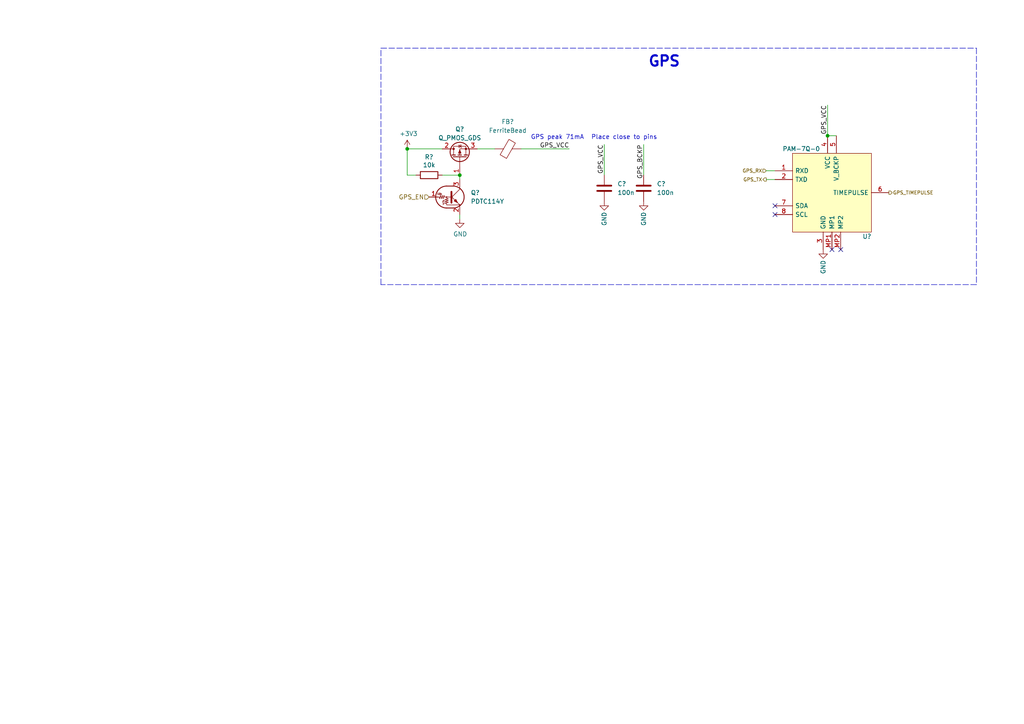
<source format=kicad_sch>
(kicad_sch (version 20211123) (generator eeschema)
  (paper "A4")
  (title_block (company "Connectivity"))
  (lib_symbols
    (symbol "Device:C" (pin_numbers hide) (pin_names (offset 0.254))
      (property "Reference" "C" (at 0.635 2.54 0))
      (property "Value" "C" (at 0.635 -2.54 0))
      (symbol "C_0_1"
        (polyline (pts (xy -2.032 -0.762) (xy 2.032 -0.762)) (stroke (width 0.508)))
        (polyline (pts (xy -2.032 0.762) (xy 2.032 0.762)) (stroke (width 0.508)))
      )
      (symbol "C_1_1"
        (pin passive line (at 0 3.81 270) (length 2.794) (name "~") (number "1"))
        (pin passive line (at 0 -3.81 90) (length 2.794) (name "~") (number "2"))
      )
    )
    (symbol "Device:FerriteBead" (pin_numbers hide) (pin_names (offset 0))
      (property "Reference" "FB" (at -3.81 0.635 90))
      (property "Value" "FerriteBead" (at 3.81 0 90))
      (symbol "FerriteBead_0_1"
        (polyline (pts (xy 0 -1.27) (xy 0 -1.2192)))
        (polyline (pts (xy 0 1.27) (xy 0 1.2954)))
        (polyline (pts (xy -2.7686 0.4064) (xy -1.7018 2.2606) (xy 2.7686 -0.3048) (xy 1.6764 -2.159) (xy -2.7686 0.4064)))
      )
      (symbol "FerriteBead_1_1"
        (pin passive line (at 0 3.81 270) (length 2.54) (name "~") (number "1"))
        (pin passive line (at 0 -3.81 90) (length 2.54) (name "~") (number "2"))
      )
    )
    (symbol "Device:Q_PMOS_GDS" (pin_names (offset 0) hide)
      (property "Reference" "Q" (at 5.08 1.27 0))
      (property "Value" "Q_PMOS_GDS" (at 5.08 -1.27 0))
      (symbol "Q_PMOS_GDS_0_1"
        (polyline (pts (xy 0.254 0) (xy -2.54 0)))
        (polyline (pts (xy 0.254 1.905) (xy 0.254 -1.905)) (stroke (width 0.254)))
        (polyline (pts (xy 0.762 -1.27) (xy 0.762 -2.286)) (stroke (width 0.254)))
        (polyline (pts (xy 0.762 0.508) (xy 0.762 -0.508)) (stroke (width 0.254)))
        (polyline (pts (xy 0.762 2.286) (xy 0.762 1.27)) (stroke (width 0.254)))
        (polyline (pts (xy 2.54 2.54) (xy 2.54 1.778)))
        (polyline (pts (xy 2.54 -2.54) (xy 2.54 0) (xy 0.762 0)))
        (polyline (pts (xy 0.762 1.778) (xy 3.302 1.778) (xy 3.302 -1.778) (xy 0.762 -1.778)))
        (polyline (pts (xy 2.286 0) (xy 1.27 0.381) (xy 1.27 -0.381) (xy 2.286 0)) (fill (type outline)))
        (polyline (pts (xy 2.794 -0.508) (xy 2.921 -0.381) (xy 3.683 -0.381) (xy 3.81 -0.254)))
        (polyline (pts (xy 3.302 -0.381) (xy 2.921 0.254) (xy 3.683 0.254) (xy 3.302 -0.381)))
        (circle (center 1.651 0) (radius 2.794) (stroke (width 0.254)))
        (circle (center 2.54 -1.778) (radius 0.254) (fill (type outline)))
        (circle (center 2.54 1.778) (radius 0.254) (fill (type outline)))
      )
      (symbol "Q_PMOS_GDS_1_1"
        (pin input line (at -5.08 0 0) (length 2.54) (name "G") (number "1"))
        (pin passive line (at 2.54 5.08 270) (length 2.54) (name "D") (number "2"))
        (pin passive line (at 2.54 -5.08 90) (length 2.54) (name "S") (number "3"))
      )
    )
    (symbol "Device:R" (pin_numbers hide) (pin_names (offset 0))
      (property "Reference" "R" (at 2.032 0 90))
      (property "Value" "R" (at 0 0 90))
      (symbol "R_0_1"
        (rectangle (start -1.016 -2.54) (end 1.016 2.54) (stroke (width 0.254)))
      )
      (symbol "R_1_1"
        (pin passive line (at 0 3.81 270) (length 1.27) (name "~") (number "1"))
        (pin passive line (at 0 -3.81 90) (length 1.27) (name "~") (number "2"))
      )
    )
    (symbol "PPSE_2021:PAM-7Q-0" (pin_names (offset 0.762))
      (property "Reference" "U?" (at 26.67 -21.59 0))
      (property "Value" "PAM-7Q-0" (at 7.62 3.81 0))
      (symbol "PAM-7Q-0_0_0"
        (pin passive line (at 0 -2.54 0) (length 5.08) (name "RXD") (number "1"))
        (pin passive line (at 0 -5.08 0) (length 5.08) (name "TXD") (number "2"))
        (pin passive line (at 13.97 -25.4 90) (length 5.08) (name "GND") (number "3"))
        (pin passive line (at 15.24 7.62 270) (length 5.08) (name "VCC") (number "4"))
        (pin passive line (at 17.78 7.62 270) (length 5.08) (name "V_BCKP") (number "5"))
        (pin passive line (at 33.02 -8.89 180) (length 5.08) (name "TIMEPULSE") (number "6"))
        (pin passive line (at 0 -12.7 0) (length 5.08) (name "SDA") (number "7"))
        (pin passive line (at 0 -15.24 0) (length 5.08) (name "SCL") (number "8"))
        (pin passive line (at 16.51 -25.4 90) (length 5.08) (name "MP1") (number "MP1"))
        (pin passive line (at 19.05 -25.4 90) (length 5.08) (name "MP2") (number "MP2"))
      )
      (symbol "PAM-7Q-0_0_1"
        (polyline (pts (xy 5.08 2.54) (xy 27.94 2.54) (xy 27.94 -20.32) (xy 5.08 -20.32) (xy 5.08 2.54)) (stroke (width 0.1524)) (fill (type background)))
      )
    )
    (symbol "Transistor_BJT:DTC114Y" (pin_names (offset 0) hide)
      (property "Reference" "Q" (at 5.08 1.905 0))
      (property "Value" "DTC114Y" (at 5.08 0 0))
      (symbol "DTC114Y_0_0"
        (text "10k" (at -3.302 0.889 0) (effects (font (size 0.508 0.508))))
        (text "47k" (at -2.159 -1.524 900) (effects (font (size 0.508 0.508))))
      )
      (symbol "DTC114Y_0_1"
        (circle (center -1.27 0) (radius 0.127))
        (arc (start -1.27 3.175) (mid -4.445 0) (end -1.27 -3.175) (stroke (width 0.254)))
        (polyline (pts (xy -3.429 0) (xy -3.81 0)))
        (polyline (pts (xy -1.27 -3.175) (xy 0.635 -3.175)) (stroke (width 0.254)))
        (polyline (pts (xy -1.27 3.175) (xy 0.635 3.175)) (stroke (width 0.254)))
        (polyline (pts (xy 0 -0.254) (xy 2.54 2.286)))
        (polyline (pts (xy 0.127 1.524) (xy 0.127 -1.651)) (stroke (width 0.508)) (fill (type outline)))
        (polyline (pts (xy 2.54 2.286) (xy 2.54 2.54)))
        (polyline (pts (xy 2.54 -2.286) (xy 0 0.254) (xy 0 0.254)))
        (polyline (pts (xy 0.889 -1.143) (xy 1.397 -0.635) (xy 1.905 -1.651) (xy 0.889 -1.143)) (fill (type outline)))
        (polyline (pts (xy 0 0) (xy -1.905 0) (xy -2.032 0.508) (xy -2.286 -0.508) (xy -2.54 0.508) (xy -2.794 -0.508) (xy -3.048 0.508) (xy -3.302 -0.508) (xy -3.429 0)))
        (polyline (pts (xy -1.27 0) (xy -1.27 -0.381) (xy -0.762 -0.508) (xy -1.778 -0.762) (xy -0.762 -1.016) (xy -1.778 -1.27) (xy -0.762 -1.524) (xy -1.778 -1.778) (xy -1.27 -1.905) (xy -1.27 -2.286) (xy 2.54 -2.286)))
        (arc (start 0.635 -3.175) (mid 3.81 0) (end 0.635 3.175) (stroke (width 0.254)))
        (circle (center 2.54 -2.286) (radius 0.127))
      )
      (symbol "DTC114Y_1_1"
        (pin input line (at -6.35 0 0) (length 2.54) (name "B") (number "1"))
        (pin passive line (at 2.54 -5.08 90) (length 2.54) (name "E") (number "2"))
        (pin passive line (at 2.54 5.08 270) (length 2.54) (name "C") (number "3"))
      )
    )
    (symbol "power:+3V3" (power) (pin_names (offset 0))
      (property "Value" "+3V3" (at 0 3.556 0))
      (symbol "+3V3_0_1"
        (polyline (pts (xy -0.762 1.27) (xy 0 2.54)))
        (polyline (pts (xy 0 0) (xy 0 2.54)))
        (polyline (pts (xy 0 2.54) (xy 0.762 1.27)))
      )
      (symbol "+3V3_1_1"
        (pin power_in line (at 0 0 90) (length 0) hide (name "+3V3") (number "1"))
      )
    )
    (symbol "power:GND" (power) (pin_names (offset 0))
      (property "Value" "GND" (at 0 -3.81 0))
      (symbol "GND_0_1"
        (polyline (pts (xy 0 0) (xy 0 -1.27) (xy 1.27 -1.27) (xy 0 -2.54) (xy -1.27 -1.27) (xy 0 -1.27)))
      )
      (symbol "GND_1_1"
        (pin power_in line (at 0 0 270) (length 0) hide (name "GND") (number "1"))
      )
    )
  )
  (junction (at 240.03 39.37))
  (junction (at 118.11 43.18))
  (junction (at 133.35 50.8))
  (no_connect (at 224.79 62.23))
  (no_connect (at 224.79 59.69))
  (no_connect (at 243.84 72.39))
  (no_connect (at 241.3 72.39))
  (polyline (pts (xy 283.21 13.97) (xy 283.21 82.55)))
  (wire (pts (xy 118.11 43.18) (xy 128.27 43.18)))
  (polyline (pts (xy 283.21 82.55) (xy 110.49 82.55)))
  (wire (pts (xy 128.27 50.8) (xy 133.35 50.8)))
  (polyline (pts (xy 110.49 13.97) (xy 257.81 13.97)))
  (wire (pts (xy 133.35 62.23) (xy 133.35 63.5)))
  (wire (pts (xy 240.03 39.37) (xy 240.03 30.48)))
  (wire (pts (xy 138.43 43.18) (xy 143.51 43.18)))
  (wire (pts (xy 151.13 43.18) (xy 165.1 43.18)))
  (wire (pts (xy 224.79 49.53) (xy 222.25 49.53)))
  (wire (pts (xy 175.26 50.8) (xy 175.26 41.91)))
  (wire (pts (xy 118.11 50.8) (xy 120.65 50.8)))
  (polyline (pts (xy 257.81 13.97) (xy 283.21 13.97)))
  (wire (pts (xy 118.11 50.8) (xy 118.11 43.18)))
  (wire (pts (xy 133.35 52.07) (xy 133.35 50.8)))
  (wire (pts (xy 222.25 52.07) (xy 224.79 52.07)))
  (wire (pts (xy 186.69 41.91) (xy 186.69 50.8)))
  (polyline (pts (xy 110.49 82.55) (xy 110.49 13.97)))
  (wire (pts (xy 240.03 39.37) (xy 242.57 39.37)))
  (text "GPS peak 71mA" (at 153.924 40.64 0) (effects (font (size 1.27 1.27)) (justify left bottom)))
  (text "GPS" (at 197.485 19.685 180) (effects (font (size 2.9972 2.9972) (thickness 0.5994) bold) (justify right bottom)))
  (text "Place close to pins" (at 171.45 40.64 0) (effects (font (size 1.27 1.27)) (justify left bottom)))
  (label "GPS_VCC" (at 240.03 30.48 270))
  (label "GPS_VCC" (at 165.1 43.18 180))
  (label "GPS_VCC" (at 175.26 41.91 270))
  (label "GPS_BCKP" (at 186.69 41.91 270))
  (hierarchical_label "GPS_TX" (shape output) (at 222.25 52.07 180) (effects (font (size 0.9906 0.9906))))
  (hierarchical_label "GPS_RX" (shape input) (at 222.25 49.53 180) (effects (font (size 0.9906 0.9906))))
  (hierarchical_label "GPS_TIMEPULSE" (shape output) (at 257.81 55.88 0) (effects (font (size 0.9906 0.9906))))
  (hierarchical_label "GPS_EN" (shape input) (at 124.46 57.15 180))
  (symbol (lib_id "Device:R") (at 124.46 50.8 270) (unit 1)
    (property "Reference" "R?" (at 124.46 45.5422 90))
    (property "Value" "10k" (at 124.46 47.8536 90))
  )
  (symbol (lib_id "power:+3V3") (at 118.11 43.18 0) (unit 1)
    (property "Reference" "#PWR0164" (effects hide))
    (property "Value" "+3V3" (at 118.491 38.7858 0))
  )
  (symbol (lib_id "power:GND") (at 133.35 63.5 0) (unit 1)
    (property "Reference" "#PWR0163" (effects hide))
    (property "Value" "GND" (at 133.477 67.8942 0))
  )
  (symbol (lib_id "power:GND") (at 238.76 72.39 0) (unit 1)
    (property "Reference" "#PWR0159" (effects hide))
    (property "Value" "GND" (at 238.76 77.47 90))
  )
  (symbol (lib_id "power:GND") (at 175.26 58.42 0) (unit 1)
    (property "Reference" "#PWR0161" (effects hide))
    (property "Value" "GND" (at 175.26 63.5 90))
  )
  (symbol (lib_id "Device:FerriteBead") (at 147.32 43.18 90) (unit 1)
    (property "Reference" "FB?" (at 147.2692 35.306 90))
    (property "Value" "FerriteBead" (at 147.2692 37.846 90))
  )
  (symbol (lib_id "Device:C") (at 175.26 54.61 0) (unit 1)
    (property "Reference" "C?" (at 179.07 53.3399 0) (effects (justify left)))
    (property "Value" "100n" (at 179.07 55.8799 0) (effects (justify left)))
  )
  (symbol (lib_id "Device:C") (at 186.69 54.61 0) (unit 1)
    (property "Reference" "C?" (at 190.5 53.3399 0) (effects (justify left)))
    (property "Value" "100n" (at 190.5 55.8799 0) (effects (justify left)))
  )
  (symbol (lib_id "power:GND") (at 186.69 58.42 0) (unit 1)
    (property "Reference" "#PWR0162" (effects hide))
    (property "Value" "GND" (at 186.69 63.5 90))
  )
  (symbol (lib_id "PPSE_2021:PAM-7Q-0") (at 224.79 46.99 0) (unit 1)
    (property "Reference" "U?" (at 251.46 68.58 0))
    (property "Value" "PAM-7Q-0" (at 232.41 43.18 0))
    (property "Footprint" "PAM7Q0" (effects hide))
    (property "Datasheet" "https://www.u-blox.com/sites/default/files/PAM-7Q_DataSheet_%28UBX-13002455%29.pdf" (effects hide))
    (property "Description" "u-blox 7 GPS Antenna Module" (effects hide))
    (property "Height" "8.2" (effects hide))
    (property "Manufacturer_Name" "U-Blox" (effects hide))
    (property "Manufacturer_Part_Number" "PAM-7Q-0" (effects hide))
  )
  (symbol (lib_id "Transistor_BJT:DTC114Y") (at 130.81 57.15 0) (unit 1)
    (property "Reference" "Q?" (at 136.525 55.8799 0) (effects (justify left)))
    (property "Value" "PDTC114Y" (at 136.525 58.4199 0) (effects (justify left)))
  )
  (symbol (lib_id "Device:Q_PMOS_GDS") (at 133.35 45.72 90) (unit 1)
    (property "Reference" "Q?" (at 133.35 37.465 90))
    (property "Value" "Q_PMOS_GDS" (at 133.35 40.005 90))
  )
)
</source>
